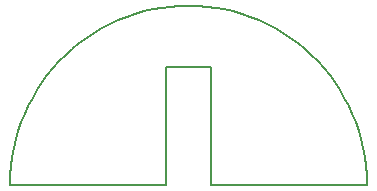
<source format=gbr>
%TF.GenerationSoftware,KiCad,Pcbnew,(7.0.0)*%
%TF.CreationDate,2023-03-07T16:38:13-05:00*%
%TF.ProjectId,laser-holder,6c617365-722d-4686-9f6c-6465722e6b69,A*%
%TF.SameCoordinates,Original*%
%TF.FileFunction,Profile,NP*%
%FSLAX46Y46*%
G04 Gerber Fmt 4.6, Leading zero omitted, Abs format (unit mm)*
G04 Created by KiCad (PCBNEW (7.0.0)) date 2023-03-07 16:38:13*
%MOMM*%
%LPD*%
G01*
G04 APERTURE LIST*
%TA.AperFunction,Profile*%
%ADD10C,0.200000*%
%TD*%
G04 APERTURE END LIST*
D10*
X145331528Y-87927528D02*
X146094368Y-87985620D01*
X146853285Y-88082275D01*
X147606334Y-88217245D01*
X148351579Y-88390183D01*
X149087109Y-88600644D01*
X149811035Y-88848090D01*
X150521499Y-89131884D01*
X151216678Y-89451298D01*
X151894786Y-89805513D01*
X152554083Y-90193619D01*
X153192876Y-90614619D01*
X153809526Y-91067433D01*
X154402450Y-91550899D01*
X154970126Y-92063776D01*
X155511097Y-92604747D01*
X156023974Y-93172423D01*
X156507440Y-93765347D01*
X156960254Y-94381997D01*
X157381254Y-95020790D01*
X157769360Y-95680087D01*
X158123575Y-96358195D01*
X158442989Y-97053374D01*
X158726783Y-97763838D01*
X158974229Y-98487764D01*
X159184690Y-99223294D01*
X159357628Y-99968539D01*
X159492598Y-100721588D01*
X159589253Y-101480505D01*
X159647345Y-102243345D01*
X159666726Y-103008147D01*
X159661832Y-103026412D01*
X159661832Y-103039049D01*
X159656467Y-103046432D01*
X159653329Y-103058147D01*
X159633682Y-103077793D01*
X159625505Y-103089049D01*
X159620945Y-103090530D01*
X159616726Y-103094750D01*
X159566726Y-103108147D01*
X146566726Y-103108147D01*
X146551663Y-103103253D01*
X146535824Y-103103253D01*
X146523010Y-103093943D01*
X146507947Y-103089049D01*
X146498637Y-103076235D01*
X146485824Y-103066926D01*
X146480929Y-103051862D01*
X146471620Y-103039049D01*
X146471620Y-103023210D01*
X146466726Y-103008147D01*
X146466726Y-93108147D01*
X142666726Y-93108147D01*
X142666726Y-103008147D01*
X142661832Y-103023210D01*
X142661832Y-103039049D01*
X142652522Y-103051862D01*
X142647628Y-103066926D01*
X142634814Y-103076235D01*
X142625505Y-103089049D01*
X142610441Y-103093943D01*
X142597628Y-103103253D01*
X142581789Y-103103253D01*
X142566726Y-103108147D01*
X129566726Y-103108147D01*
X129516726Y-103094750D01*
X129512506Y-103090530D01*
X129507947Y-103089049D01*
X129499769Y-103077793D01*
X129480123Y-103058147D01*
X129476984Y-103046432D01*
X129471620Y-103039049D01*
X129471620Y-103026412D01*
X129466726Y-103008147D01*
X129486107Y-102243345D01*
X129544199Y-101480505D01*
X129640854Y-100721588D01*
X129775824Y-99968539D01*
X129948762Y-99223294D01*
X130159223Y-98487764D01*
X130406669Y-97763838D01*
X130690463Y-97053374D01*
X131009877Y-96358195D01*
X131364092Y-95680087D01*
X131752198Y-95020790D01*
X132173198Y-94381997D01*
X132626012Y-93765347D01*
X133109478Y-93172423D01*
X133622355Y-92604747D01*
X134163326Y-92063776D01*
X134731002Y-91550899D01*
X135323926Y-91067433D01*
X135940576Y-90614619D01*
X136579369Y-90193619D01*
X137238666Y-89805513D01*
X137916774Y-89451298D01*
X138611953Y-89131884D01*
X139322417Y-88848090D01*
X140046343Y-88600644D01*
X140781873Y-88390183D01*
X141527118Y-88217245D01*
X142280167Y-88082275D01*
X143039084Y-87985620D01*
X143801924Y-87927528D01*
X144566726Y-87908147D01*
X145331528Y-87927528D01*
M02*

</source>
